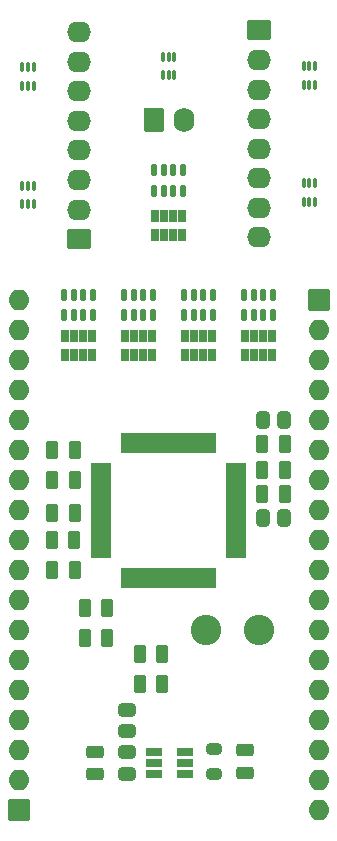
<source format=gbr>
G04 #@! TF.GenerationSoftware,KiCad,Pcbnew,8.0.8*
G04 #@! TF.CreationDate,2025-03-16T16:25:50-04:00*
G04 #@! TF.ProjectId,Combined_PCB,436f6d62-696e-4656-945f-5043422e6b69,1*
G04 #@! TF.SameCoordinates,Original*
G04 #@! TF.FileFunction,Soldermask,Top*
G04 #@! TF.FilePolarity,Negative*
%FSLAX46Y46*%
G04 Gerber Fmt 4.6, Leading zero omitted, Abs format (unit mm)*
G04 Created by KiCad (PCBNEW 8.0.8) date 2025-03-16 16:25:50*
%MOMM*%
%LPD*%
G01*
G04 APERTURE LIST*
G04 Aperture macros list*
%AMRoundRect*
0 Rectangle with rounded corners*
0 $1 Rounding radius*
0 $2 $3 $4 $5 $6 $7 $8 $9 X,Y pos of 4 corners*
0 Add a 4 corners polygon primitive as box body*
4,1,4,$2,$3,$4,$5,$6,$7,$8,$9,$2,$3,0*
0 Add four circle primitives for the rounded corners*
1,1,$1+$1,$2,$3*
1,1,$1+$1,$4,$5*
1,1,$1+$1,$6,$7*
1,1,$1+$1,$8,$9*
0 Add four rect primitives between the rounded corners*
20,1,$1+$1,$2,$3,$4,$5,0*
20,1,$1+$1,$4,$5,$6,$7,0*
20,1,$1+$1,$6,$7,$8,$9,0*
20,1,$1+$1,$8,$9,$2,$3,0*%
G04 Aperture macros list end*
%ADD10RoundRect,0.038000X0.099600X-0.352400X0.099600X0.352400X-0.099600X0.352400X-0.099600X-0.352400X0*%
%ADD11RoundRect,0.269000X0.494000X-0.269000X0.494000X0.269000X-0.494000X0.269000X-0.494000X-0.269000X0*%
%ADD12RoundRect,0.102000X0.230000X-0.445000X0.230000X0.445000X-0.230000X0.445000X-0.230000X-0.445000X0*%
%ADD13RoundRect,0.269000X0.269000X0.494000X-0.269000X0.494000X-0.269000X-0.494000X0.269000X-0.494000X0*%
%ADD14RoundRect,0.237750X0.400250X-0.237750X0.400250X0.237750X-0.400250X0.237750X-0.400250X-0.237750X0*%
%ADD15RoundRect,0.038000X0.200000X-0.450000X0.200000X0.450000X-0.200000X0.450000X-0.200000X-0.450000X0*%
%ADD16RoundRect,0.038000X-0.099600X0.352400X-0.099600X-0.352400X0.099600X-0.352400X0.099600X0.352400X0*%
%ADD17C,2.576000*%
%ADD18RoundRect,0.268536X-0.281964X-0.469464X0.281964X-0.469464X0.281964X0.469464X-0.281964X0.469464X0*%
%ADD19RoundRect,0.268536X0.469464X-0.281964X0.469464X0.281964X-0.469464X0.281964X-0.469464X-0.281964X0*%
%ADD20RoundRect,0.269000X-0.269000X-0.494000X0.269000X-0.494000X0.269000X0.494000X-0.269000X0.494000X0*%
%ADD21RoundRect,0.268536X-0.469464X0.281964X-0.469464X-0.281964X0.469464X-0.281964X0.469464X0.281964X0*%
%ADD22RoundRect,0.060500X-0.181500X0.821500X-0.181500X-0.821500X0.181500X-0.821500X0.181500X0.821500X0*%
%ADD23RoundRect,0.060500X-0.821500X0.181500X-0.821500X-0.181500X0.821500X-0.181500X0.821500X0.181500X0*%
%ADD24RoundRect,0.038000X0.660400X0.279400X-0.660400X0.279400X-0.660400X-0.279400X0.660400X-0.279400X0*%
%ADD25RoundRect,0.038000X-0.850000X-0.850000X0.850000X-0.850000X0.850000X0.850000X-0.850000X0.850000X0*%
%ADD26O,1.776000X1.776000*%
%ADD27RoundRect,0.261177X-0.626823X-0.776823X0.626823X-0.776823X0.626823X0.776823X-0.626823X0.776823X0*%
%ADD28O,1.776000X2.076000*%
%ADD29RoundRect,0.038000X0.850000X0.850000X-0.850000X0.850000X-0.850000X-0.850000X0.850000X-0.850000X0*%
%ADD30RoundRect,0.261177X-0.751823X0.626823X-0.751823X-0.626823X0.751823X-0.626823X0.751823X0.626823X0*%
%ADD31O,2.026000X1.776000*%
%ADD32RoundRect,0.261177X0.751823X-0.626823X0.751823X0.626823X-0.751823X0.626823X-0.751823X-0.626823X0*%
G04 APERTURE END LIST*
D10*
X130810000Y-30012401D03*
X131309999Y-30012401D03*
X131809998Y-30012401D03*
X131809998Y-28407599D03*
X131309999Y-28407599D03*
X130810000Y-28407599D03*
D11*
X113124000Y-88382500D03*
X113124000Y-86482500D03*
D12*
X110620000Y-52895000D03*
X111380000Y-52895000D03*
X112140000Y-52895000D03*
X112900000Y-52895000D03*
X112900000Y-51245000D03*
X112140000Y-51245000D03*
X111380000Y-51245000D03*
X110620000Y-51245000D03*
D13*
X111386252Y-68580000D03*
X109486252Y-68580000D03*
D14*
X123190000Y-88344500D03*
X123190000Y-86219500D03*
D15*
X120720000Y-49530000D03*
X121520000Y-49530000D03*
X122320000Y-49530000D03*
X123120000Y-49530000D03*
X123120000Y-47830000D03*
X122320000Y-47830000D03*
X121520000Y-47830000D03*
X120720000Y-47830000D03*
D16*
X107950000Y-38527198D03*
X107450001Y-38527198D03*
X106950002Y-38527198D03*
X106950002Y-40132000D03*
X107450001Y-40132000D03*
X107950000Y-40132000D03*
D10*
X118880001Y-29210000D03*
X119380000Y-29210000D03*
X119879999Y-29210000D03*
X119879999Y-27605198D03*
X119380000Y-27605198D03*
X118880001Y-27605198D03*
D11*
X125824000Y-88232000D03*
X125824000Y-86332000D03*
D17*
X122555000Y-76200000D03*
D18*
X127357500Y-66675000D03*
X129182500Y-66675000D03*
D13*
X111440000Y-66294000D03*
X109540000Y-66294000D03*
D19*
X115824000Y-84732500D03*
X115824000Y-82907500D03*
D15*
X110560000Y-49530000D03*
X111360000Y-49530000D03*
X112160000Y-49530000D03*
X112960000Y-49530000D03*
X112960000Y-47830000D03*
X112160000Y-47830000D03*
X111360000Y-47830000D03*
X110560000Y-47830000D03*
D17*
X127000000Y-76200000D03*
D20*
X116967000Y-80772000D03*
X118867000Y-80772000D03*
D12*
X125860000Y-52895000D03*
X126620000Y-52895000D03*
X127380000Y-52895000D03*
X128140000Y-52895000D03*
X128140000Y-51245000D03*
X127380000Y-51245000D03*
X126620000Y-51245000D03*
X125860000Y-51245000D03*
D21*
X115824000Y-86520000D03*
X115824000Y-88345000D03*
D12*
X118240000Y-42735000D03*
X119000000Y-42735000D03*
X119760000Y-42735000D03*
X120520000Y-42735000D03*
X120520000Y-41085000D03*
X119760000Y-41085000D03*
X119000000Y-41085000D03*
X118240000Y-41085000D03*
D20*
X127320000Y-64643000D03*
X129220000Y-64643000D03*
D15*
X125800000Y-49530000D03*
X126600000Y-49530000D03*
X127400000Y-49530000D03*
X128200000Y-49530000D03*
X128200000Y-47830000D03*
X127400000Y-47830000D03*
X126600000Y-47830000D03*
X125800000Y-47830000D03*
D13*
X111440000Y-60960000D03*
X109540000Y-60960000D03*
X114173000Y-76835000D03*
X112273000Y-76835000D03*
D12*
X120780000Y-52895000D03*
X121540000Y-52895000D03*
X122300000Y-52895000D03*
X123060000Y-52895000D03*
X123060000Y-51245000D03*
X122300000Y-51245000D03*
X121540000Y-51245000D03*
X120780000Y-51245000D03*
D13*
X114173000Y-74295000D03*
X112273000Y-74295000D03*
X111440000Y-71120000D03*
X109540000Y-71120000D03*
D22*
X123130000Y-60360000D03*
X122630000Y-60360000D03*
X122130000Y-60360000D03*
X121630000Y-60360000D03*
X121130000Y-60360000D03*
X120630000Y-60360000D03*
X120130000Y-60360000D03*
X119630000Y-60360000D03*
X119130000Y-60360000D03*
X118630000Y-60360000D03*
X118130000Y-60360000D03*
X117630000Y-60360000D03*
X117130000Y-60360000D03*
X116630000Y-60360000D03*
X116130000Y-60360000D03*
X115630000Y-60360000D03*
D23*
X113700000Y-62290000D03*
X113700000Y-62790000D03*
X113700000Y-63290000D03*
X113700000Y-63790000D03*
X113700000Y-64290000D03*
X113700000Y-64790000D03*
X113700000Y-65290000D03*
X113700000Y-65790000D03*
X113700000Y-66290000D03*
X113700000Y-66790000D03*
X113700000Y-67290000D03*
X113700000Y-67790000D03*
X113700000Y-68290000D03*
X113700000Y-68790000D03*
X113700000Y-69290000D03*
X113700000Y-69790000D03*
D22*
X115630000Y-71720000D03*
X116130000Y-71720000D03*
X116630000Y-71720000D03*
X117130000Y-71720000D03*
X117630000Y-71720000D03*
X118130000Y-71720000D03*
X118630000Y-71720000D03*
X119130000Y-71720000D03*
X119630000Y-71720000D03*
X120130000Y-71720000D03*
X120630000Y-71720000D03*
X121130000Y-71720000D03*
X121630000Y-71720000D03*
X122130000Y-71720000D03*
X122630000Y-71720000D03*
X123130000Y-71720000D03*
D23*
X125060000Y-69790000D03*
X125060000Y-69290000D03*
X125060000Y-68790000D03*
X125060000Y-68290000D03*
X125060000Y-67790000D03*
X125060000Y-67290000D03*
X125060000Y-66790000D03*
X125060000Y-66290000D03*
X125060000Y-65790000D03*
X125060000Y-65290000D03*
X125060000Y-64790000D03*
X125060000Y-64290000D03*
X125060000Y-63790000D03*
X125060000Y-63290000D03*
X125060000Y-62790000D03*
X125060000Y-62290000D03*
D15*
X118180000Y-38950000D03*
X118980000Y-38950000D03*
X119780000Y-38950000D03*
X120580000Y-38950000D03*
X120580000Y-37250000D03*
X119780000Y-37250000D03*
X118980000Y-37250000D03*
X118180000Y-37250000D03*
D12*
X115700000Y-52895000D03*
X116460000Y-52895000D03*
X117220000Y-52895000D03*
X117980000Y-52895000D03*
X117980000Y-51245000D03*
X117220000Y-51245000D03*
X116460000Y-51245000D03*
X115700000Y-51245000D03*
D15*
X115640000Y-49530000D03*
X116440000Y-49530000D03*
X117240000Y-49530000D03*
X118040000Y-49530000D03*
X118040000Y-47830000D03*
X117240000Y-47830000D03*
X116440000Y-47830000D03*
X115640000Y-47830000D03*
D13*
X111440000Y-63500000D03*
X109540000Y-63500000D03*
D10*
X130810000Y-39958802D03*
X131309999Y-39958802D03*
X131809998Y-39958802D03*
X131809998Y-38354000D03*
X131309999Y-38354000D03*
X130810000Y-38354000D03*
D13*
X129220000Y-62611000D03*
X127320000Y-62611000D03*
D20*
X116967000Y-78232000D03*
X118867000Y-78232000D03*
D13*
X129220000Y-60452000D03*
X127320000Y-60452000D03*
D18*
X127357500Y-58420000D03*
X129182500Y-58420000D03*
D24*
X120769400Y-88359001D03*
X120769400Y-87409000D03*
X120769400Y-86458999D03*
X118178600Y-86458999D03*
X118178600Y-87409000D03*
X118178600Y-88359001D03*
D16*
X107950000Y-28494198D03*
X107450001Y-28494198D03*
X106950002Y-28494198D03*
X106950002Y-30099000D03*
X107450001Y-30099000D03*
X107950000Y-30099000D03*
D25*
X106680000Y-91440000D03*
D26*
X106680000Y-88900000D03*
X106680000Y-86360000D03*
X106680000Y-83820000D03*
X106680000Y-81280000D03*
X106680000Y-78740000D03*
X106680000Y-76200000D03*
X106680000Y-73660000D03*
X106680000Y-71120000D03*
X106680000Y-68580000D03*
X106680000Y-66040000D03*
X106680000Y-63500000D03*
X106680000Y-60960000D03*
X106680000Y-58420000D03*
X106680000Y-55880000D03*
X106680000Y-53340000D03*
X106680000Y-50800000D03*
X106680000Y-48260000D03*
D27*
X118150000Y-33020000D03*
D28*
X120650000Y-33020000D03*
D29*
X132080000Y-48260000D03*
D26*
X132080000Y-50800000D03*
X132080000Y-53340000D03*
X132080000Y-55880000D03*
X132080000Y-58420000D03*
X132080000Y-60960000D03*
X132080000Y-63500000D03*
X132080000Y-66040000D03*
X132080000Y-68580000D03*
X132080000Y-71120000D03*
X132080000Y-73660000D03*
X132080000Y-76200000D03*
X132080000Y-78740000D03*
X132080000Y-81280000D03*
X132080000Y-83820000D03*
X132080000Y-86360000D03*
X132080000Y-88900000D03*
X132080000Y-91440000D03*
D30*
X127000002Y-25400000D03*
D31*
X127000002Y-27900000D03*
X127000002Y-30400000D03*
X127000002Y-32900000D03*
X127000002Y-35400000D03*
X127000002Y-37900000D03*
X127000002Y-40400000D03*
X127000002Y-42900000D03*
D32*
X111760000Y-43060000D03*
D31*
X111760000Y-40560000D03*
X111760000Y-38060000D03*
X111760000Y-35560000D03*
X111760000Y-33060000D03*
X111760000Y-30560000D03*
X111760000Y-28060000D03*
X111760000Y-25560000D03*
M02*

</source>
